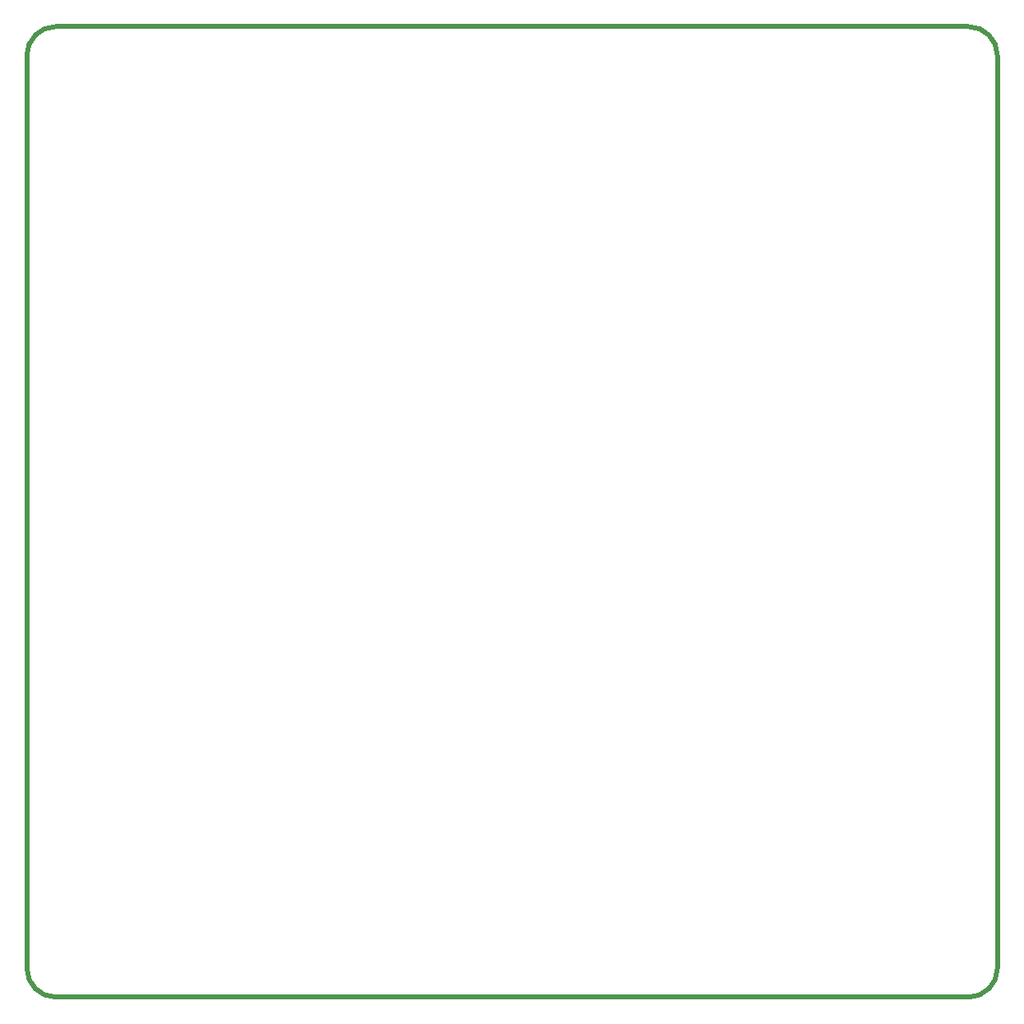
<source format=gm1>
G04 #@! TF.GenerationSoftware,KiCad,Pcbnew,5.1.5+dfsg1-2build2*
G04 #@! TF.CreationDate,2021-09-15T10:59:11-05:00*
G04 #@! TF.ProjectId,2063-Z80,32303633-2d5a-4383-902e-6b696361645f,rev?*
G04 #@! TF.SameCoordinates,Original*
G04 #@! TF.FileFunction,Profile,NP*
%FSLAX46Y46*%
G04 Gerber Fmt 4.6, Leading zero omitted, Abs format (unit mm)*
G04 Created by KiCad (PCBNEW 5.1.5+dfsg1-2build2) date 2021-09-15 10:59:11*
%MOMM*%
%LPD*%
G04 APERTURE LIST*
%ADD10C,0.500000*%
G04 APERTURE END LIST*
D10*
X200000000Y-53000000D02*
X200000000Y-147000000D01*
X200000000Y-147000000D02*
G75*
G02X197000000Y-150000000I-3000000J0D01*
G01*
X103000000Y-150000000D02*
G75*
G02X100000000Y-147000000I0J3000000D01*
G01*
X197000000Y-50000000D02*
G75*
G02X200000000Y-53000000I0J-3000000D01*
G01*
X100000000Y-53000000D02*
G75*
G02X103000000Y-50000000I3000000J0D01*
G01*
X100000000Y-147000000D02*
X100000000Y-53000000D01*
X197000000Y-150000000D02*
X103000000Y-150000000D01*
X103000000Y-50000000D02*
X197000000Y-50000000D01*
M02*

</source>
